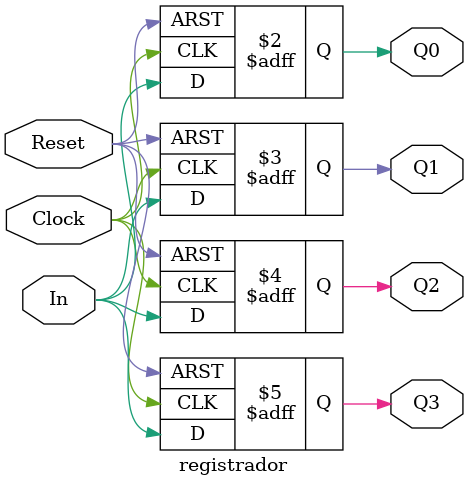
<source format=v>
/*
Prática Registrador
Alunos: Alexandre Roque, Henrique Coelho, Vitor Santana
Disciplina: Sistemas Digitais
Professora: Mara Coelho
*/

module registrador(Clock, Reset, In, Q0,Q1,Q2,Q3);

	input Clock, Reset, In;
	output reg Q0,Q1,Q2,Q3;
	
	always@(posedge Reset or posedge Clock)
	begin
			if(Reset)
				begin
					Q3 = 1'b0;
					Q2 = 1'b0;
					Q1 = 1'b0;
					Q0 = 1'b0;
				end //if
			else
			begin
				Q3 = In;
				Q2 = Q3;
				Q1 = Q2;
				Q0 = Q1;
			end //else
	end //always
	
endmodule

</source>
